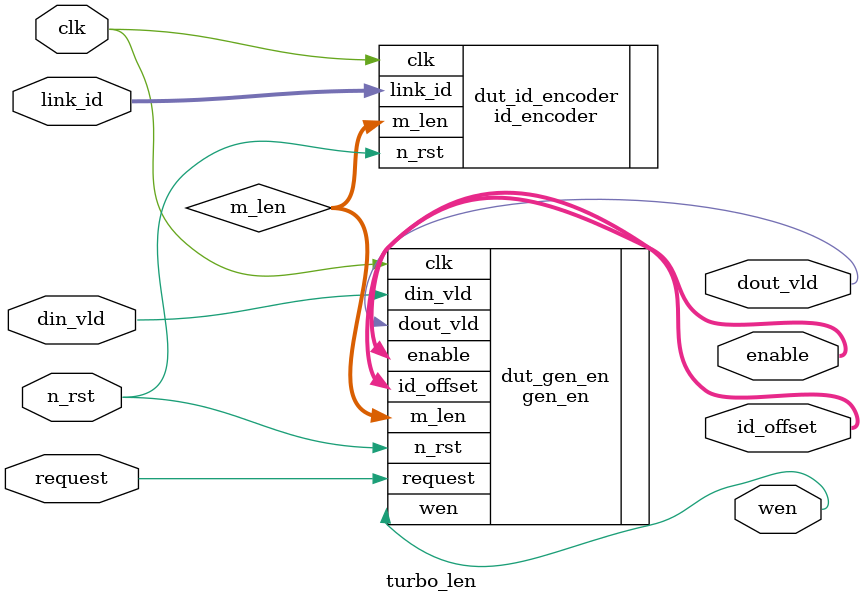
<source format=v>
`timescale 1ps/1ps

module turbo_len (
    input clk,
    input n_rst,
    input din_vld,
    input request,
    input [5:0] link_id,
    output [15:0] enable,
    output [15:0] id_offset,
    output wen,
    output dout_vld
);
    wire [12:0] m_len;

    id_encoder dut_id_encoder(
        .clk(clk),
        .n_rst(n_rst),
        .link_id(link_id),
        .m_len(m_len)
    );

    gen_en dut_gen_en(
        .clk(clk),
        .n_rst(n_rst),
        .din_vld(din_vld),
        .request(request),
        .m_len(m_len),
        .enable(enable),
        .id_offset(id_offset),
        .wen(wen),
        .dout_vld(dout_vld)
    );

endmodule
</source>
